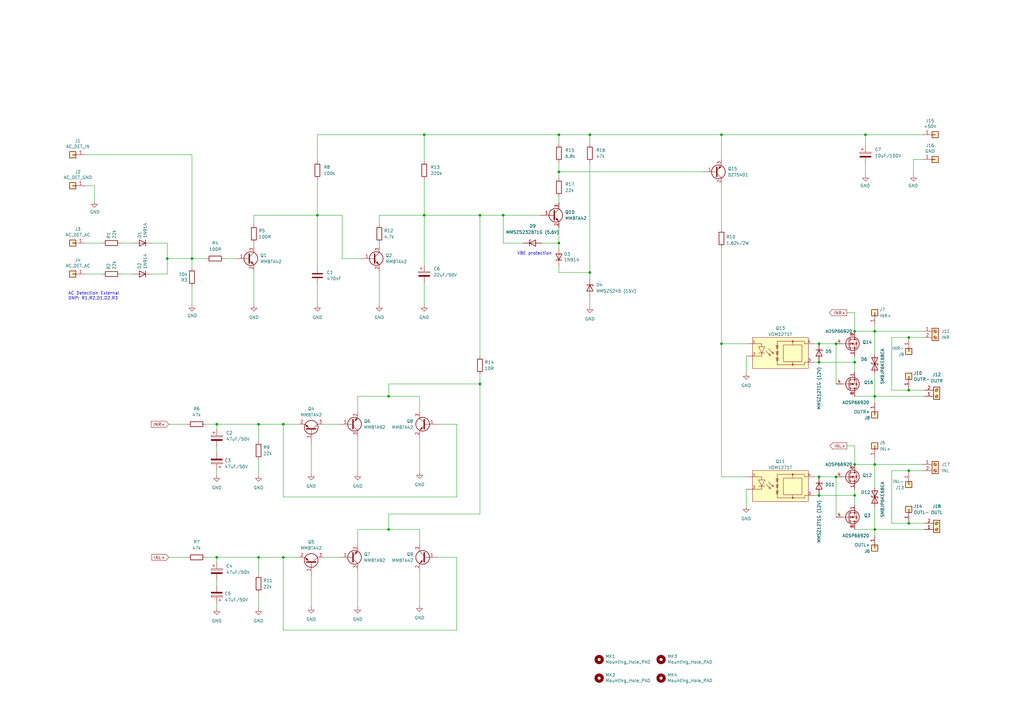
<source format=kicad_sch>
(kicad_sch (version 20230121) (generator eeschema)
  (paper "A3")
  (title_block (title "LS protection solid state relais") (date "2023-03-05") (rev "V4"))
  (lib_symbols
    (symbol "Connector:Screw_Terminal_01x02" (pin_names (offset 1.016) hide)
      (property "Reference" "J" (at 0 2.54 0))
      (property "Value" "Screw_Terminal_01x02" (at 0 -5.08 0))
      (symbol "Screw_Terminal_01x02_1_1"
        (rectangle (start -1.27 1.27) (end 1.27 -3.81) (stroke (width 0.254)) (fill (type background)))
        (circle (center 0 -2.54) (radius 0.635) (stroke (width 0.1524)))
        (polyline (pts (xy -0.5334 -2.2098) (xy 0.3302 -3.048)) (stroke (width 0.1524)))
        (polyline (pts (xy -0.5334 0.3302) (xy 0.3302 -0.508)) (stroke (width 0.1524)))
        (polyline (pts (xy -0.3556 -2.032) (xy 0.508 -2.8702)) (stroke (width 0.1524)))
        (polyline (pts (xy -0.3556 0.508) (xy 0.508 -0.3302)) (stroke (width 0.1524)))
        (circle (center 0 0) (radius 0.635) (stroke (width 0.1524)))
        (pin passive line (at -5.08 0 0) (length 3.81) (name "Pin_1") (number "1"))
        (pin passive line (at -5.08 -2.54 0) (length 3.81) (name "Pin_2") (number "2"))
      )
    )
    (symbol "Connector_Generic:Conn_01x01" (pin_names (offset 1.016) hide)
      (property "Reference" "J" (at 0 2.54 0))
      (property "Value" "Conn_01x01" (at 0 -2.54 0))
      (symbol "Conn_01x01_1_1"
        (rectangle (start -1.27 0.127) (end 0 -0.127) (stroke (width 0.1524)))
        (rectangle (start -1.27 1.27) (end 1.27 -1.27) (stroke (width 0.254)) (fill (type background)))
        (pin passive line (at -5.08 0 0) (length 3.81) (name "Pin_1") (number "1"))
      )
    )
    (symbol "Device:C" (pin_numbers hide) (pin_names (offset 0.254))
      (property "Reference" "C" (at 0.635 2.54 0))
      (property "Value" "C" (at 0.635 -2.54 0))
      (symbol "C_0_1"
        (polyline (pts (xy -2.032 -0.762) (xy 2.032 -0.762)) (stroke (width 0.508)))
        (polyline (pts (xy -2.032 0.762) (xy 2.032 0.762)) (stroke (width 0.508)))
      )
      (symbol "C_1_1"
        (pin passive line (at 0 3.81 270) (length 2.794) (name "~") (number "1"))
        (pin passive line (at 0 -3.81 90) (length 2.794) (name "~") (number "2"))
      )
    )
    (symbol "Device:C_Polarized" (pin_numbers hide) (pin_names (offset 0.254))
      (property "Reference" "C" (at 0.635 2.54 0))
      (property "Value" "C_Polarized" (at 0.635 -2.54 0))
      (symbol "C_Polarized_0_1"
        (rectangle (start -2.286 0.508) (end 2.286 1.016))
        (polyline (pts (xy -1.778 2.286) (xy -0.762 2.286)))
        (polyline (pts (xy -1.27 2.794) (xy -1.27 1.778)))
        (rectangle (start 2.286 -0.508) (end -2.286 -1.016) (fill (type outline)))
      )
      (symbol "C_Polarized_1_1"
        (pin passive line (at 0 3.81 270) (length 2.794) (name "~") (number "1"))
        (pin passive line (at 0 -3.81 90) (length 2.794) (name "~") (number "2"))
      )
    )
    (symbol "Device:D_TVS" (pin_numbers hide) (pin_names (offset 1.016) hide)
      (property "Reference" "D" (at 0 2.54 0))
      (property "Value" "D_TVS" (at 0 -2.54 0))
      (symbol "D_TVS_0_1"
        (polyline (pts (xy 1.27 0) (xy -1.27 0)))
        (polyline (pts (xy 0.508 1.27) (xy 0 1.27) (xy 0 -1.27) (xy -0.508 -1.27)) (stroke (width 0.254)))
        (polyline (pts (xy -2.54 1.27) (xy -2.54 -1.27) (xy 2.54 1.27) (xy 2.54 -1.27) (xy -2.54 1.27)) (stroke (width 0.254)))
      )
      (symbol "D_TVS_1_1"
        (pin passive line (at -3.81 0 0) (length 2.54) (name "A1") (number "1"))
        (pin passive line (at 3.81 0 180) (length 2.54) (name "A2") (number "2"))
      )
    )
    (symbol "Device:R" (pin_numbers hide) (pin_names (offset 0))
      (property "Reference" "R" (at 2.032 0 90))
      (property "Value" "R" (at 0 0 90))
      (symbol "R_0_1"
        (rectangle (start -1.016 -2.54) (end 1.016 2.54) (stroke (width 0.254)))
      )
      (symbol "R_1_1"
        (pin passive line (at 0 3.81 270) (length 1.27) (name "~") (number "1"))
        (pin passive line (at 0 -3.81 90) (length 1.27) (name "~") (number "2"))
      )
    )
    (symbol "Diode:1N4148" (pin_numbers hide) (pin_names (offset 1.016) hide)
      (property "Reference" "D" (at 0 2.54 0))
      (property "Value" "1N4148" (at 0 -2.54 0))
      (symbol "1N4148_0_1"
        (polyline (pts (xy -1.27 1.27) (xy -1.27 -1.27)) (stroke (width 0.254)))
        (polyline (pts (xy 1.27 0) (xy -1.27 0)))
        (polyline (pts (xy 1.27 1.27) (xy 1.27 -1.27) (xy -1.27 0) (xy 1.27 1.27)) (stroke (width 0.254)))
      )
      (symbol "1N4148_1_1"
        (pin passive line (at -3.81 0 0) (length 2.54) (name "K") (number "1"))
        (pin passive line (at 3.81 0 180) (length 2.54) (name "A") (number "2"))
      )
    )
    (symbol "Diode:1N47xxA" (pin_numbers hide) (pin_names (offset 1.016) hide)
      (property "Reference" "D" (at 0 2.54 0))
      (property "Value" "1N47xxA" (at 0 -2.54 0))
      (symbol "1N47xxA_0_1"
        (polyline (pts (xy 1.27 0) (xy -1.27 0)))
        (polyline (pts (xy -1.27 -1.27) (xy -1.27 1.27) (xy -0.762 1.27)) (stroke (width 0.254)))
        (polyline (pts (xy 1.27 -1.27) (xy 1.27 1.27) (xy -1.27 0) (xy 1.27 -1.27)) (stroke (width 0.254)))
      )
      (symbol "1N47xxA_1_1"
        (pin passive line (at -3.81 0 0) (length 2.54) (name "K") (number "1"))
        (pin passive line (at 3.81 0 180) (length 2.54) (name "A") (number "2"))
      )
    )
    (symbol "Mechanical:MountingHole" (pin_names (offset 1.016))
      (property "Reference" "H" (at 0 5.08 0))
      (property "Value" "MountingHole" (at 0 3.175 0))
      (symbol "MountingHole_0_1"
        (circle (center 0 0) (radius 1.27) (stroke (width 1.27)))
      )
    )
    (symbol "Transistor_BJT:MMBTA42" (pin_names (offset 0) hide)
      (property "Reference" "Q" (at 5.08 1.905 0))
      (property "Value" "MMBTA42" (at 5.08 0 0))
      (symbol "MMBTA42_0_1"
        (polyline (pts (xy 0 0) (xy 0.635 0)))
        (polyline (pts (xy 0.635 0.635) (xy 2.54 2.54)))
        (polyline (pts (xy 0.635 -0.635) (xy 2.54 -2.54) (xy 2.54 -2.54)))
        (polyline (pts (xy 0.635 1.905) (xy 0.635 -1.905) (xy 0.635 -1.905)) (stroke (width 0.508)))
        (polyline (pts (xy 1.27 -1.778) (xy 1.778 -1.27) (xy 2.286 -2.286) (xy 1.27 -1.778) (xy 1.27 -1.778)) (fill (type outline)))
        (circle (center 1.27 0) (radius 2.8194) (stroke (width 0.254)))
      )
      (symbol "MMBTA42_1_1"
        (pin input line (at -5.08 0 0) (length 5.08) (name "B") (number "1"))
        (pin passive line (at 2.54 -5.08 90) (length 2.54) (name "E") (number "2"))
        (pin passive line (at 2.54 5.08 270) (length 2.54) (name "C") (number "3"))
      )
    )
    (symbol "Transistor_BJT:MMBTA92" (pin_names (offset 0) hide)
      (property "Reference" "Q" (at 5.08 1.905 0))
      (property "Value" "MMBTA92" (at 5.08 0 0))
      (symbol "MMBTA92_0_1"
        (polyline (pts (xy 0 0) (xy 0.635 0)))
        (polyline (pts (xy 2.54 -2.54) (xy 0.635 -0.635)))
        (polyline (pts (xy 2.54 2.54) (xy 0.635 0.635)))
        (polyline (pts (xy 0.635 1.905) (xy 0.635 -1.905) (xy 0.635 -1.905)) (stroke (width 0.508)) (fill (type outline)))
        (polyline (pts (xy 1.905 -2.413) (xy 2.413 -1.905) (xy 1.397 -1.397) (xy 1.905 -2.413) (xy 1.905 -2.413)) (fill (type outline)))
        (circle (center 1.27 0) (radius 2.8194) (stroke (width 0.254)))
      )
      (symbol "MMBTA92_1_1"
        (pin input line (at -5.08 0 0) (length 5.08) (name "B") (number "1"))
        (pin passive line (at 2.54 -5.08 90) (length 2.54) (name "E") (number "2"))
        (pin passive line (at 2.54 5.08 270) (length 2.54) (name "C") (number "3"))
      )
    )
    (symbol "Transistor_FET:IRF7403" (pin_names hide)
      (property "Reference" "Q" (at 5.08 2.54 0))
      (property "Value" "IRF7403" (at 5.08 0 0))
      (symbol "IRF7403_0_1"
        (polyline (pts (xy 0.254 0) (xy -2.54 0)))
        (polyline (pts (xy 0.254 1.905) (xy 0.254 -1.905)) (stroke (width 0.254)))
        (polyline (pts (xy 0.762 -1.27) (xy 0.762 -2.286)) (stroke (width 0.254)))
        (polyline (pts (xy 0.762 0.508) (xy 0.762 -0.508)) (stroke (width 0.254)))
        (polyline (pts (xy 0.762 2.286) (xy 0.762 1.27)) (stroke (width 0.254)))
        (polyline (pts (xy 2.54 2.54) (xy 2.54 1.778)))
        (polyline (pts (xy 2.54 -2.54) (xy 2.54 0) (xy 0.762 0)))
        (polyline (pts (xy 0.762 -1.778) (xy 3.302 -1.778) (xy 3.302 1.778) (xy 0.762 1.778)))
        (polyline (pts (xy 1.016 0) (xy 2.032 0.381) (xy 2.032 -0.381) (xy 1.016 0)) (fill (type outline)))
        (polyline (pts (xy 2.794 0.508) (xy 2.921 0.381) (xy 3.683 0.381) (xy 3.81 0.254)))
        (polyline (pts (xy 3.302 0.381) (xy 2.921 -0.254) (xy 3.683 -0.254) (xy 3.302 0.381)))
        (circle (center 1.651 0) (radius 2.794) (stroke (width 0.254)))
        (circle (center 2.54 -1.778) (radius 0.254) (fill (type outline)))
        (circle (center 2.54 1.778) (radius 0.254) (fill (type outline)))
      )
      (symbol "IRF7403_1_1"
        (pin passive line (at 2.54 -5.08 90) (length 2.54) (name "S") (number "1"))
        (pin passive line (at 2.54 -5.08 90) (length 2.54) hide (name "S") (number "2"))
        (pin passive line (at 2.54 -5.08 90) (length 2.54) hide (name "S") (number "3"))
        (pin input line (at -5.08 0 0) (length 2.54) (name "G") (number "4"))
        (pin passive line (at 2.54 5.08 270) (length 2.54) hide (name "D") (number "5"))
        (pin passive line (at 2.54 5.08 270) (length 2.54) hide (name "D") (number "6"))
        (pin passive line (at 2.54 5.08 270) (length 2.54) hide (name "D") (number "7"))
        (pin passive line (at 2.54 5.08 270) (length 2.54) (name "D") (number "8"))
      )
    )
    (symbol "kicad-snk:DZT5401" (pin_names (offset 0) hide)
      (property "Reference" "Q" (at 5.08 1.905 0))
      (property "Value" "DZT5401" (at 5.08 0 0))
      (symbol "DZT5401_0_1"
        (polyline (pts (xy 0.635 0.635) (xy 2.54 2.54)))
        (polyline (pts (xy 0.635 -0.635) (xy 2.54 -2.54) (xy 2.54 -2.54)))
        (polyline (pts (xy 0.635 1.905) (xy 0.635 -1.905) (xy 0.635 -1.905)) (stroke (width 0.508)))
        (polyline (pts (xy 2.286 -1.778) (xy 1.778 -2.286) (xy 1.27 -1.27) (xy 2.286 -1.778) (xy 2.286 -1.778)) (fill (type outline)))
        (circle (center 1.27 0) (radius 2.8194) (stroke (width 0.254)))
      )
      (symbol "DZT5401_1_1"
        (pin input line (at -5.08 0 0) (length 5.715) (name "B") (number "1"))
        (pin passive line (at 2.54 5.08 270) (length 2.54) (name "C") (number "2"))
        (pin passive line (at 2.54 -5.08 90) (length 2.54) (name "E") (number "3"))
      )
    )
    (symbol "kicad-snk:VOM1271T" (pin_names (offset 1.016))
      (property "Reference" "Q" (at 0 5.08 0))
      (property "Value" "VOM1271T" (at 0 7.62 0))
      (symbol "VOM1271T_1_1"
        (polyline (pts (xy 7.62 -3.81) (xy 10.16 -3.81)))
        (polyline (pts (xy 7.62 -1.27) (xy 8.89 -3.81)))
        (polyline (pts (xy 7.62 -1.27) (xy 10.16 -1.27)))
        (polyline (pts (xy 8.89 -5.08) (xy 8.89 -3.81)))
        (polyline (pts (xy 8.89 -3.81) (xy 10.16 -1.27)))
        (polyline (pts (xy 8.89 0) (xy 8.89 -1.27)))
        (polyline (pts (xy 10.668 -3.048) (xy 12.446 -4.826)))
        (polyline (pts (xy 11.684 -2.032) (xy 13.716 -4.064)))
        (polyline (pts (xy 12.446 -4.826) (xy 11.684 -4.572)))
        (polyline (pts (xy 12.446 -4.826) (xy 12.192 -4.064)))
        (polyline (pts (xy 13.716 -4.064) (xy 12.954 -3.81)))
        (polyline (pts (xy 13.716 -4.064) (xy 13.462 -3.302)))
        (polyline (pts (xy 14.732 -6.858) (xy 15.748 -6.858)))
        (polyline (pts (xy 14.732 -5.842) (xy 15.748 -5.842)))
        (polyline (pts (xy 14.732 -4.318) (xy 15.748 -4.318)))
        (polyline (pts (xy 14.732 -3.302) (xy 15.24 -4.318)))
        (polyline (pts (xy 14.732 -3.302) (xy 15.748 -3.302)))
        (polyline (pts (xy 14.732 -1.778) (xy 15.748 -1.778)))
        (polyline (pts (xy 14.732 -0.762) (xy 15.748 -0.762)))
        (polyline (pts (xy 15.24 -8.636) (xy 15.24 1.016)))
        (polyline (pts (xy 15.24 -8.636) (xy 26.416 -8.636)))
        (polyline (pts (xy 15.24 -6.858) (xy 14.732 -5.842)))
        (polyline (pts (xy 15.24 -4.318) (xy 15.748 -3.302)))
        (polyline (pts (xy 15.24 -1.778) (xy 14.732 -0.762)))
        (polyline (pts (xy 15.24 1.016) (xy 26.416 1.016)))
        (polyline (pts (xy 15.748 -5.842) (xy 15.24 -6.858)))
        (polyline (pts (xy 15.748 -0.762) (xy 15.24 -1.778)))
        (polyline (pts (xy 21.59 -8.636) (xy 21.59 -7.62)))
        (polyline (pts (xy 21.59 1.016) (xy 21.59 -0.254)))
        (polyline (pts (xy 26.416 -8.636) (xy 26.416 -7.62)))
        (polyline (pts (xy 26.416 0) (xy 26.416 0.762)))
        (rectangle (start 5.08 2.54) (end 27.94 -10.16) (fill (type background)))
        (rectangle (start 17.78 -0.508) (end 25.4 -7.366) (fill (type background)))
        (circle (center 21.59 -8.636) (radius 0.254))
        (circle (center 21.59 1.016) (radius 0.254))
        (pin passive line (at 2.54 0 0) (length 6.35) (name "ANODE") (number "1"))
        (pin passive line (at 2.54 -5.08 0) (length 6.35) (name "CATHODE") (number "2"))
        (pin passive line (at 30.48 -7.62 180) (length 4.064) (name "3") (number "3"))
        (pin passive line (at 30.48 0 180) (length 4.064) (name "4") (number "4"))
      )
    )
    (symbol "power:GND" (power) (pin_names (offset 0))
      (property "Value" "GND" (at 0 -3.81 0))
      (symbol "GND_0_1"
        (polyline (pts (xy 0 0) (xy 0 -1.27) (xy 1.27 -1.27) (xy 0 -2.54) (xy -1.27 -1.27) (xy 0 -1.27)))
      )
      (symbol "GND_1_1"
        (pin power_in line (at 0 0 270) (length 0) hide (name "GND") (number "1"))
      )
    )
  )
  (junction (at 335.915 195.58))
  (junction (at 68.58 106.045))
  (junction (at 173.99 88.265))
  (junction (at 295.91 55.245))
  (junction (at 88.9 228.6))
  (junction (at 130.175 88.265))
  (junction (at 196.85 88.265))
  (junction (at 342.9 195.58))
  (junction (at 241.935 111.76))
  (junction (at 342.9 140.97))
  (junction (at 106.045 173.99))
  (junction (at 354.965 55.245))
  (junction (at 116.205 228.6))
  (junction (at 335.915 203.2))
  (junction (at 106.045 228.6))
  (junction (at 350.52 135.89))
  (junction (at 335.915 148.59))
  (junction (at 206.375 88.265))
  (junction (at 78.74 106.045))
  (junction (at 358.775 217.17))
  (junction (at 350.52 190.5))
  (junction (at 358.775 190.5))
  (junction (at 196.85 157.48))
  (junction (at 372.745 214.63))
  (junction (at 159.385 162.56))
  (junction (at 229.235 70.485))
  (junction (at 372.745 160.02))
  (junction (at 116.205 173.99))
  (junction (at 229.235 55.245))
  (junction (at 295.91 140.97))
  (junction (at 358.775 135.89))
  (junction (at 350.52 148.59))
  (junction (at 229.235 99.695))
  (junction (at 159.385 217.17))
  (junction (at 241.935 55.245))
  (junction (at 88.9 173.99))
  (junction (at 335.915 140.97))
  (junction (at 372.745 193.04))
  (junction (at 350.52 203.2))
  (junction (at 173.99 55.245))
  (junction (at 358.775 162.56))
  (junction (at 372.745 138.43))
  (wire (pts (xy 342.9 140.97) (xy 342.9 157.48)))
  (wire (pts (xy 116.205 203.835) (xy 187.325 203.835)))
  (wire (pts (xy 295.91 55.245) (xy 295.91 65.405)))
  (wire (pts (xy 196.85 210.82) (xy 196.85 157.48)))
  (wire (pts (xy 335.915 148.59) (xy 350.52 148.59)))
  (wire (pts (xy 295.91 55.245) (xy 354.965 55.245)))
  (wire (pts (xy 104.14 111.125) (xy 104.14 125.095)))
  (wire (pts (xy 229.235 70.485) (xy 288.29 70.485)))
  (wire (pts (xy 104.14 99.695) (xy 104.14 100.965)))
  (wire (pts (xy 132.715 228.6) (xy 139.065 228.6)))
  (wire (pts (xy 354.965 67.31) (xy 354.965 71.755)))
  (wire (pts (xy 334.01 195.58) (xy 335.915 195.58)))
  (wire (pts (xy 92.075 106.045) (xy 96.52 106.045)))
  (wire (pts (xy 173.99 116.205) (xy 173.99 125.095)))
  (wire (pts (xy 88.9 228.6) (xy 88.9 230.505)))
  (wire (pts (xy 372.745 193.04) (xy 372.745 193.675)))
  (wire (pts (xy 358.775 217.17) (xy 379.095 217.17)))
  (wire (pts (xy 187.325 258.445) (xy 187.325 228.6)))
  (wire (pts (xy 159.385 157.48) (xy 159.385 162.56)))
  (wire (pts (xy 350.52 135.89) (xy 358.775 135.89)))
  (wire (pts (xy 372.745 159.385) (xy 372.745 160.02)))
  (wire (pts (xy 78.74 117.475) (xy 78.74 125.095)))
  (wire (pts (xy 358.775 145.415) (xy 358.775 135.89)))
  (wire (pts (xy 106.045 243.205) (xy 106.045 249.555)))
  (wire (pts (xy 196.85 157.48) (xy 159.385 157.48)))
  (wire (pts (xy 374.65 65.405) (xy 378.46 65.405)))
  (wire (pts (xy 229.235 93.345) (xy 229.235 99.695)))
  (wire (pts (xy 140.335 106.045) (xy 147.955 106.045)))
  (wire (pts (xy 335.915 140.97) (xy 342.9 140.97)))
  (wire (pts (xy 229.235 111.76) (xy 241.935 111.76)))
  (wire (pts (xy 127.635 181.61) (xy 127.635 194.31)))
  (wire (pts (xy 172.085 217.17) (xy 172.085 223.52)))
  (wire (pts (xy 88.9 173.99) (xy 106.045 173.99)))
  (wire (pts (xy 88.9 183.515) (xy 88.9 185.42)))
  (wire (pts (xy 140.335 88.265) (xy 140.335 106.045)))
  (wire (pts (xy 295.91 140.97) (xy 295.91 195.58)))
  (wire (pts (xy 38.735 76.2) (xy 34.925 76.2)))
  (wire (pts (xy 78.74 63.5) (xy 34.925 63.5)))
  (wire (pts (xy 173.99 88.265) (xy 155.575 88.265)))
  (wire (pts (xy 62.23 112.395) (xy 68.58 112.395)))
  (wire (pts (xy 241.935 121.92) (xy 241.935 125.73)))
  (wire (pts (xy 365.76 193.04) (xy 365.76 214.63)))
  (wire (pts (xy 334.01 203.2) (xy 335.915 203.2)))
  (wire (pts (xy 378.46 193.04) (xy 372.745 193.04)))
  (wire (pts (xy 378.46 138.43) (xy 372.745 138.43)))
  (wire (pts (xy 306.07 146.05) (xy 306.07 153.035)))
  (wire (pts (xy 116.205 228.6) (xy 116.205 258.445)))
  (wire (pts (xy 78.74 106.045) (xy 84.455 106.045)))
  (wire (pts (xy 49.53 99.695) (xy 54.61 99.695)))
  (wire (pts (xy 206.375 88.265) (xy 221.615 88.265)))
  (wire (pts (xy 347.345 182.88) (xy 350.52 182.88)))
  (wire (pts (xy 106.045 188.595) (xy 106.045 194.945)))
  (wire (pts (xy 358.775 190.5) (xy 378.46 190.5)))
  (wire (pts (xy 127.635 236.22) (xy 127.635 248.92)))
  (wire (pts (xy 350.52 200.66) (xy 350.52 203.2)))
  (wire (pts (xy 295.91 195.58) (xy 306.07 195.58)))
  (wire (pts (xy 241.935 111.76) (xy 241.935 114.3)))
  (wire (pts (xy 229.235 109.22) (xy 229.235 111.76)))
  (wire (pts (xy 295.91 101.6) (xy 295.91 140.97)))
  (wire (pts (xy 372.745 160.02) (xy 379.095 160.02)))
  (wire (pts (xy 155.575 88.265) (xy 155.575 92.075)))
  (wire (pts (xy 34.925 99.695) (xy 41.91 99.695)))
  (wire (pts (xy 173.99 55.245) (xy 130.175 55.245)))
  (wire (pts (xy 34.925 112.395) (xy 41.91 112.395)))
  (wire (pts (xy 68.58 106.045) (xy 68.58 112.395)))
  (wire (pts (xy 229.235 66.675) (xy 229.235 70.485)))
  (wire (pts (xy 49.53 112.395) (xy 54.61 112.395)))
  (wire (pts (xy 155.575 99.695) (xy 155.575 100.965)))
  (wire (pts (xy 106.045 228.6) (xy 116.205 228.6)))
  (wire (pts (xy 116.205 258.445) (xy 187.325 258.445)))
  (wire (pts (xy 173.99 73.66) (xy 173.99 88.265)))
  (wire (pts (xy 104.14 88.265) (xy 104.14 92.075)))
  (wire (pts (xy 196.85 88.265) (xy 196.85 146.05)))
  (wire (pts (xy 130.175 88.265) (xy 140.335 88.265)))
  (wire (pts (xy 295.91 140.97) (xy 306.07 140.97)))
  (wire (pts (xy 334.01 140.97) (xy 335.915 140.97)))
  (wire (pts (xy 350.52 217.17) (xy 358.775 217.17)))
  (wire (pts (xy 159.385 217.17) (xy 159.385 210.82)))
  (wire (pts (xy 106.045 173.99) (xy 106.045 180.975)))
  (wire (pts (xy 106.045 173.99) (xy 116.205 173.99)))
  (wire (pts (xy 116.205 173.99) (xy 122.555 173.99)))
  (wire (pts (xy 104.14 88.265) (xy 130.175 88.265)))
  (wire (pts (xy 358.775 207.645) (xy 358.775 217.17)))
  (wire (pts (xy 78.74 106.045) (xy 78.74 109.855)))
  (wire (pts (xy 187.325 228.6) (xy 179.705 228.6)))
  (wire (pts (xy 130.175 73.66) (xy 130.175 88.265)))
  (wire (pts (xy 358.775 187.96) (xy 358.775 190.5)))
  (wire (pts (xy 358.775 217.17) (xy 358.775 219.71)))
  (wire (pts (xy 241.935 55.245) (xy 241.935 59.055)))
  (wire (pts (xy 146.685 179.07) (xy 146.685 194.31)))
  (wire (pts (xy 347.345 128.27) (xy 350.52 128.27)))
  (wire (pts (xy 173.99 55.245) (xy 229.235 55.245)))
  (wire (pts (xy 106.045 228.6) (xy 106.045 235.585)))
  (wire (pts (xy 350.52 182.88) (xy 350.52 190.5)))
  (wire (pts (xy 334.01 148.59) (xy 335.915 148.59)))
  (wire (pts (xy 342.9 195.58) (xy 342.9 212.09)))
  (wire (pts (xy 173.99 55.245) (xy 173.99 66.04)))
  (wire (pts (xy 130.175 55.245) (xy 130.175 66.04)))
  (wire (pts (xy 130.175 88.265) (xy 130.175 109.22)))
  (wire (pts (xy 172.085 179.07) (xy 172.085 193.675)))
  (wire (pts (xy 68.58 99.695) (xy 62.23 99.695)))
  (wire (pts (xy 350.52 148.59) (xy 350.52 152.4)))
  (wire (pts (xy 358.775 153.035) (xy 358.775 162.56)))
  (wire (pts (xy 222.25 99.695) (xy 229.235 99.695)))
  (wire (pts (xy 173.99 88.265) (xy 196.85 88.265)))
  (wire (pts (xy 159.385 162.56) (xy 172.085 162.56)))
  (wire (pts (xy 88.9 173.99) (xy 88.9 175.895)))
  (wire (pts (xy 68.58 106.045) (xy 78.74 106.045)))
  (wire (pts (xy 350.52 146.05) (xy 350.52 148.59)))
  (wire (pts (xy 88.9 228.6) (xy 106.045 228.6)))
  (wire (pts (xy 229.235 99.695) (xy 229.235 101.6)))
  (wire (pts (xy 229.235 55.245) (xy 229.235 59.055)))
  (wire (pts (xy 350.52 128.27) (xy 350.52 135.89)))
  (wire (pts (xy 38.735 82.55) (xy 38.735 76.2)))
  (wire (pts (xy 187.325 203.835) (xy 187.325 173.99)))
  (wire (pts (xy 116.205 173.99) (xy 116.205 203.835)))
  (wire (pts (xy 229.235 70.485) (xy 229.235 73.025)))
  (wire (pts (xy 146.685 162.56) (xy 159.385 162.56)))
  (wire (pts (xy 88.9 193.04) (xy 88.9 194.945)))
  (wire (pts (xy 354.965 55.245) (xy 354.965 59.69)))
  (wire (pts (xy 241.935 66.675) (xy 241.935 111.76)))
  (wire (pts (xy 88.9 238.125) (xy 88.9 240.03)))
  (wire (pts (xy 372.745 193.04) (xy 365.76 193.04)))
  (wire (pts (xy 372.745 213.995) (xy 372.745 214.63)))
  (wire (pts (xy 172.085 233.68) (xy 172.085 248.285)))
  (wire (pts (xy 146.685 217.17) (xy 159.385 217.17)))
  (wire (pts (xy 88.9 247.65) (xy 88.9 249.555)))
  (wire (pts (xy 365.76 160.02) (xy 372.745 160.02)))
  (wire (pts (xy 335.915 195.58) (xy 342.9 195.58)))
  (wire (pts (xy 196.85 153.67) (xy 196.85 157.48)))
  (wire (pts (xy 187.325 173.99) (xy 179.705 173.99)))
  (wire (pts (xy 335.915 203.2) (xy 350.52 203.2)))
  (wire (pts (xy 132.715 173.99) (xy 139.065 173.99)))
  (wire (pts (xy 350.52 162.56) (xy 358.775 162.56)))
  (wire (pts (xy 68.58 106.045) (xy 68.58 99.695)))
  (wire (pts (xy 69.215 173.99) (xy 76.835 173.99)))
  (wire (pts (xy 358.775 133.35) (xy 358.775 135.89)))
  (wire (pts (xy 372.745 214.63) (xy 379.095 214.63)))
  (wire (pts (xy 146.685 223.52) (xy 146.685 217.17)))
  (wire (pts (xy 206.375 99.695) (xy 206.375 88.265)))
  (wire (pts (xy 172.085 162.56) (xy 172.085 168.91)))
  (wire (pts (xy 358.775 200.025) (xy 358.775 190.5)))
  (wire (pts (xy 78.74 106.045) (xy 78.74 63.5)))
  (wire (pts (xy 196.85 88.265) (xy 206.375 88.265)))
  (wire (pts (xy 159.385 217.17) (xy 172.085 217.17)))
  (wire (pts (xy 84.455 228.6) (xy 88.9 228.6)))
  (wire (pts (xy 173.99 88.265) (xy 173.99 108.585)))
  (wire (pts (xy 358.775 135.89) (xy 378.46 135.89)))
  (wire (pts (xy 146.685 168.91) (xy 146.685 162.56)))
  (wire (pts (xy 229.235 80.645) (xy 229.235 83.185)))
  (wire (pts (xy 69.215 228.6) (xy 76.835 228.6)))
  (wire (pts (xy 84.455 173.99) (xy 88.9 173.99)))
  (wire (pts (xy 372.745 138.43) (xy 365.76 138.43)))
  (wire (pts (xy 358.775 162.56) (xy 358.775 165.1)))
  (wire (pts (xy 155.575 111.125) (xy 155.575 125.095)))
  (wire (pts (xy 365.76 138.43) (xy 365.76 160.02)))
  (wire (pts (xy 365.76 214.63) (xy 372.745 214.63)))
  (wire (pts (xy 130.175 116.84) (xy 130.175 125.095)))
  (wire (pts (xy 354.965 55.245) (xy 378.46 55.245)))
  (wire (pts (xy 159.385 210.82) (xy 196.85 210.82)))
  (wire (pts (xy 146.685 233.68) (xy 146.685 248.92)))
  (wire (pts (xy 241.935 55.245) (xy 295.91 55.245)))
  (wire (pts (xy 372.745 138.43) (xy 372.745 139.065)))
  (wire (pts (xy 350.52 203.2) (xy 350.52 207.01)))
  (wire (pts (xy 295.91 75.565) (xy 295.91 93.98)))
  (wire (pts (xy 374.65 71.755) (xy 374.65 65.405)))
  (wire (pts (xy 214.63 99.695) (xy 206.375 99.695)))
  (wire (pts (xy 229.235 55.245) (xy 241.935 55.245)))
  (wire (pts (xy 350.52 190.5) (xy 358.775 190.5)))
  (wire (pts (xy 306.07 200.66) (xy 306.07 207.645)))
  (wire (pts (xy 116.205 228.6) (xy 122.555 228.6)))
  (wire (pts (xy 358.775 162.56) (xy 379.095 162.56)))
  (text "AC Detection External\nDNP: R1,R2,D1,D2,R3" (at 27.94 123.19 0) (effects (font (size 1.27 1.27)) (justify left bottom)))
  (text "VBE protection" (at 212.09 104.775 0) (effects (font (size 1.27 1.27)) (justify left bottom)))
  (global_label "INL+" (shape output) (at 347.345 182.88 180) (property "Intersheetrefs" "${INTERSHEET_REFS}" (effects hide)))
  (global_label "INL+" (shape input) (at 69.215 228.6 180) (property "Intersheetrefs" "${INTERSHEET_REFS}" (effects hide)))
  (global_label "INR+" (shape output) (at 347.345 128.27 180) (property "Intersheetrefs" "${INTERSHEET_REFS}" (effects hide)))
  (global_label "INR+" (shape input) (at 69.215 173.99 180) (property "Intersheetrefs" "${INTERSHEET_REFS}" (effects hide)))
  (symbol (lib_id "power:GND") (at 354.965 71.755 0) (mirror y) (unit 1)
    (property "Reference" "#PWR02" (effects hide))
    (property "Value" "GND" (at 354.838 76.1492 0))
  )
  (symbol (lib_id "power:GND") (at 374.65 71.755 0) (mirror y) (unit 1)
    (property "Reference" "#PWR0101" (effects hide))
    (property "Value" "GND" (at 374.523 76.1492 0))
  )
  (symbol (lib_id "Diode:1N47xxA") (at 335.915 144.78 270) (unit 1)
    (property "Reference" "D5" (at 338.455 144.145 90) (effects (justify left)))
    (property "Value" "MMSZ12T1G (12V)" (at 335.915 150.495 0) (effects (justify left)))
    (property "Footprint" "Diode_SMD:D_SOD-123" (effects hide))
  )
  (symbol (lib_id "power:GND") (at 306.07 207.645 0) (unit 1)
    (property "Reference" "#PWR0102" (effects hide))
    (property "Value" "GND" (at 306.07 212.725 0))
  )
  (symbol (lib_id "power:GND") (at 146.685 248.92 0) (unit 1)
    (property "Reference" "#PWR0110" (effects hide))
    (property "Value" "GND" (at 146.685 254 0))
  )
  (symbol (lib_id "Connector_Generic:Conn_01x01") (at 358.775 128.27 90) (unit 1)
    (property "Reference" "J7" (at 360.68 127 90) (effects (justify right)))
    (property "Value" "INR+" (at 360.68 129.54 90) (effects (justify right)))
    (property "Footprint" "kicad-snk:TE-726386-2_Pitch5.08mm_Drill1.3mm" (effects hide))
  )
  (symbol (lib_id "Device:R") (at 104.14 95.885 0) (unit 1)
    (property "Reference" "R5" (at 106.045 94.6149 0) (effects (justify left)))
    (property "Value" "100R" (at 106.045 97.1549 0) (effects (justify left)))
    (property "Footprint" "Resistor_SMD:R_0805_2012Metric_Pad1.20x1.40mm_HandSolder" (effects hide))
  )
  (symbol (lib_id "Transistor_FET:IRF7403") (at 347.98 195.58 0) (unit 1)
    (property "Reference" "Q12" (at 353.695 194.945 0) (effects (justify left)))
    (property "Value" "AOSP66920" (at 338.455 190.5 0) (effects (justify left)))
    (property "Footprint" "Package_SO:SOIC-8_3.9x4.9mm_P1.27mm" (effects hide))
    (property "Datasheet" "https://www.infineon.com/dgdl/irf7403pbf.pdf?fileId=5546d462533600a4015355fa23541b9c" (effects hide))
  )
  (symbol (lib_id "Transistor_BJT:MMBTA42") (at 174.625 228.6 0) (mirror y) (unit 1)
    (property "Reference" "Q9" (at 169.545 227.3299 0) (effects (justify left)))
    (property "Value" "MMBTA42" (at 169.545 229.8699 0) (effects (justify left)))
    (property "Footprint" "Package_TO_SOT_SMD:SOT-23" (effects hide))
    (property "Datasheet" "https://www.onsemi.com/pub/Collateral/MMBTA42LT1-D.PDF" (effects hide))
  )
  (symbol (lib_id "Transistor_BJT:MMBTA42") (at 101.6 106.045 0) (unit 1)
    (property "Reference" "Q1" (at 106.68 104.7749 0) (effects (justify left)))
    (property "Value" "MMBTA42" (at 106.68 107.3149 0) (effects (justify left)))
    (property "Footprint" "Package_TO_SOT_SMD:SOT-23" (effects hide))
    (property "Datasheet" "https://www.onsemi.com/pub/Collateral/MMBTA42LT1-D.PDF" (effects hide))
  )
  (symbol (lib_id "Transistor_BJT:MMBTA42") (at 153.035 106.045 0) (unit 1)
    (property "Reference" "Q2" (at 158.115 104.7749 0) (effects (justify left)))
    (property "Value" "MMBTA42" (at 158.115 107.3149 0) (effects (justify left)))
    (property "Footprint" "Package_TO_SOT_SMD:SOT-23" (effects hide))
    (property "Datasheet" "https://www.onsemi.com/pub/Collateral/MMBTA42LT1-D.PDF" (effects hide))
  )
  (symbol (lib_id "Connector_Generic:Conn_01x01") (at 358.775 170.18 270) (unit 1)
    (property "Reference" "J8" (at 356.87 171.45 90) (effects (justify right)))
    (property "Value" "OUTR+" (at 356.87 168.91 90) (effects (justify right)))
    (property "Footprint" "kicad-snk:TE-726386-2_Pitch5.08mm_Drill1.3mm" (effects hide))
  )
  (symbol (lib_id "Mechanical:MountingHole") (at 271.145 278.13 0) (unit 1)
    (property "Reference" "MK4" (at 273.685 276.8346 0) (effects (justify left)))
    (property "Value" "Mounting_Hole_PAD" (at 273.685 279.146 0) (effects (justify left)))
    (property "Footprint" "MountingHole:MountingHole_3.2mm_M3_Pad_Via" (effects hide))
  )
  (symbol (lib_id "Mechanical:MountingHole") (at 245.745 278.13 0) (unit 1)
    (property "Reference" "MK2" (at 248.285 276.8346 0) (effects (justify left)))
    (property "Value" "Mounting_Hole_PAD" (at 248.285 279.146 0) (effects (justify left)))
    (property "Footprint" "MountingHole:MountingHole_3.2mm_M3_Pad_Via" (effects hide))
  )
  (symbol (lib_id "Connector:Screw_Terminal_01x02") (at 383.54 135.89 0) (unit 1)
    (property "Reference" "J11" (at 386.08 135.8899 0) (effects (justify left)))
    (property "Value" "INR" (at 386.08 138.4299 0) (effects (justify left)))
    (property "Footprint" "TerminalBlock_RND:TerminalBlock_RND_205-00012_1x02_P5.00mm_Horizontal" (effects hide))
  )
  (symbol (lib_id "Diode:1N4148") (at 229.235 105.41 90) (unit 1)
    (property "Reference" "D3" (at 231.267 104.2416 90) (effects (justify right)))
    (property "Value" "1N914" (at 231.267 106.553 90) (effects (justify right)))
    (property "Footprint" "Diode_SMD:D_SOD-123" (effects hide))
    (property "Datasheet" "https://assets.nexperia.com/documents/data-sheet/1N4148_1N4448.pdf" (effects hide))
  )
  (symbol (lib_id "Connector_Generic:Conn_01x01") (at 29.845 63.5 180) (unit 1)
    (property "Reference" "J1" (at 31.9278 57.785 0))
    (property "Value" "AC_DET_IN" (at 31.9278 60.0964 0))
    (property "Footprint" "Connector_Pin:Pin_D1.0mm_L10.0mm" (effects hide))
  )
  (symbol (lib_id "Device:R") (at 45.72 112.395 90) (unit 1)
    (property "Reference" "R2" (at 44.5516 110.617 0) (effects (justify left)))
    (property "Value" "22k" (at 46.863 110.617 0) (effects (justify left)))
    (property "Footprint" "Resistor_SMD:R_0805_2012Metric_Pad1.20x1.40mm_HandSolder" (effects hide))
  )
  (symbol (lib_id "Device:C_Polarized") (at 88.9 189.23 180) (unit 1)
    (property "Reference" "C3" (at 92.075 188.8489 0) (effects (justify right)))
    (property "Value" "47uF/50V" (at 92.075 191.3889 0) (effects (justify right)))
    (property "Footprint" "Capacitor_THT:CP_Radial_D6.3mm_P2.50mm" (effects hide))
  )
  (symbol (lib_id "Connector_Generic:Conn_01x01") (at 29.845 112.395 180) (unit 1)
    (property "Reference" "J4" (at 31.9278 106.68 0))
    (property "Value" "AC_DET_AC" (at 31.9278 108.9914 0))
    (property "Footprint" "Connector_Pin:Pin_D1.0mm_L10.0mm" (effects hide))
  )
  (symbol (lib_id "Transistor_FET:IRF7403") (at 347.98 157.48 0) (mirror x) (unit 1)
    (property "Reference" "Q16" (at 354.33 156.845 0) (effects (justify left)))
    (property "Value" "AOSP66920" (at 345.44 165.1 0) (effects (justify left)))
    (property "Footprint" "Package_SO:SOIC-8_3.9x4.9mm_P1.27mm" (effects hide))
    (property "Datasheet" "https://www.infineon.com/dgdl/irf7403pbf.pdf?fileId=5546d462533600a4015355fa23541b9c" (effects hide))
  )
  (symbol (lib_id "power:GND") (at 38.735 82.55 0) (unit 1)
    (property "Reference" "#PWR0119" (effects hide))
    (property "Value" "GND" (at 38.862 86.9442 0))
  )
  (symbol (lib_id "Connector_Generic:Conn_01x01") (at 358.775 182.88 90) (unit 1)
    (property "Reference" "J5" (at 360.68 181.61 90) (effects (justify right)))
    (property "Value" "INL+" (at 360.68 184.15 90) (effects (justify right)))
    (property "Footprint" "kicad-snk:TE-726386-2_Pitch5.08mm_Drill1.3mm" (effects hide))
  )
  (symbol (lib_id "Device:R") (at 173.99 69.85 0) (unit 1)
    (property "Reference" "R13" (at 176.53 68.5799 0) (effects (justify left)))
    (property "Value" "220k" (at 176.53 71.1199 0) (effects (justify left)))
    (property "Footprint" "Resistor_SMD:R_0805_2012Metric_Pad1.20x1.40mm_HandSolder" (effects hide))
  )
  (symbol (lib_id "power:GND") (at 127.635 248.92 0) (unit 1)
    (property "Reference" "#PWR0107" (effects hide))
    (property "Value" "GND" (at 127.635 254 0))
  )
  (symbol (lib_id "power:GND") (at 88.9 249.555 0) (unit 1)
    (property "Reference" "#PWR0108" (effects hide))
    (property "Value" "GND" (at 88.9 254.635 0))
  )
  (symbol (lib_id "kicad-snk:DZT5401") (at 293.37 70.485 0) (mirror x) (unit 1)
    (property "Reference" "Q15" (at 298.45 69.2149 0) (effects (justify left)))
    (property "Value" "DZT5401" (at 298.45 71.7549 0) (effects (justify left)))
    (property "Footprint" "Package_TO_SOT_SMD:SOT-223-3_TabPin2" (effects hide))
    (property "Datasheet" "https://www.diodes.com/assets/Datasheets/DZT5401.pdf" (effects hide))
  )
  (symbol (lib_id "Mechanical:MountingHole") (at 271.145 270.51 0) (unit 1)
    (property "Reference" "MK3" (at 273.685 269.2146 0) (effects (justify left)))
    (property "Value" "Mounting_Hole_PAD" (at 273.685 271.526 0) (effects (justify left)))
    (property "Footprint" "MountingHole:MountingHole_3.2mm_M3_Pad_Via" (effects hide))
  )
  (symbol (lib_id "Device:C_Polarized") (at 354.965 63.5 0) (unit 1)
    (property "Reference" "C7" (at 358.775 61.3409 0) (effects (justify left)))
    (property "Value" "10uF/100V" (at 358.775 63.8809 0) (effects (justify left)))
    (property "Footprint" "Capacitor_THT:CP_Radial_D6.3mm_P2.50mm" (effects hide))
  )
  (symbol (lib_id "Connector_Generic:Conn_01x01") (at 383.54 65.405 0) (mirror x) (unit 1)
    (property "Reference" "J16" (at 381.4572 59.69 0))
    (property "Value" "GND" (at 381.4572 62.0014 0))
    (property "Footprint" "Connector_Pin:Pin_D1.0mm_L10.0mm" (effects hide))
  )
  (symbol (lib_id "Device:C_Polarized") (at 88.9 234.315 0) (unit 1)
    (property "Reference" "C4" (at 92.71 232.1559 0) (effects (justify left)))
    (property "Value" "47uF/50V" (at 92.71 234.6959 0) (effects (justify left)))
    (property "Footprint" "Capacitor_THT:CP_Radial_D6.3mm_P2.50mm" (effects hide))
  )
  (symbol (lib_id "Transistor_BJT:MMBTA92") (at 144.145 228.6 0) (mirror x) (unit 1)
    (property "Reference" "Q7" (at 149.225 227.3299 0) (effects (justify left)))
    (property "Value" "MMBTA92" (at 149.225 229.8699 0) (effects (justify left)))
    (property "Footprint" "Package_TO_SOT_SMD:SOT-23" (effects hide))
    (property "Datasheet" "https://www.onsemi.com/pub/Collateral/MMBTA92LT1-D.PDF" (effects hide))
  )
  (symbol (lib_id "Device:C") (at 130.175 113.03 0) (unit 1)
    (property "Reference" "C1" (at 133.985 111.7599 0) (effects (justify left)))
    (property "Value" "470nF" (at 133.985 114.2999 0) (effects (justify left)))
    (property "Footprint" "Capacitor_SMD:C_1206_3216Metric_Pad1.33x1.80mm_HandSolder" (effects hide))
  )
  (symbol (lib_id "Device:C_Polarized") (at 88.9 179.705 0) (unit 1)
    (property "Reference" "C2" (at 92.71 177.5459 0) (effects (justify left)))
    (property "Value" "47uF/50V" (at 92.71 180.0859 0) (effects (justify left)))
    (property "Footprint" "Capacitor_THT:CP_Radial_D6.3mm_P2.50mm" (effects hide))
  )
  (symbol (lib_id "power:GND") (at 306.07 153.035 0) (unit 1)
    (property "Reference" "#PWR01" (effects hide))
    (property "Value" "GND" (at 306.07 158.115 0))
  )
  (symbol (lib_id "Diode:1N4148") (at 58.42 112.395 180) (unit 1)
    (property "Reference" "D2" (at 57.2516 110.363 90) (effects (justify right)))
    (property "Value" "1N914" (at 59.563 110.363 90) (effects (justify right)))
    (property "Footprint" "Diode_SMD:D_SOD-123" (effects hide))
    (property "Datasheet" "https://assets.nexperia.com/documents/data-sheet/1N4148_1N4448.pdf" (effects hide))
  )
  (symbol (lib_id "Diode:1N4148") (at 58.42 99.695 180) (unit 1)
    (property "Reference" "D1" (at 57.2516 97.663 90) (effects (justify right)))
    (property "Value" "1N914" (at 59.563 97.663 90) (effects (justify right)))
    (property "Footprint" "Diode_SMD:D_SOD-123" (effects hide))
    (property "Datasheet" "https://assets.nexperia.com/documents/data-sheet/1N4148_1N4448.pdf" (effects hide))
  )
  (symbol (lib_id "Device:R") (at 78.74 113.665 180) (unit 1)
    (property "Reference" "R3" (at 76.962 114.8334 0) (effects (justify left)))
    (property "Value" "10k" (at 76.962 112.522 0) (effects (justify left)))
    (property "Footprint" "Resistor_SMD:R_0805_2012Metric_Pad1.20x1.40mm_HandSolder" (effects hide))
  )
  (symbol (lib_id "Transistor_FET:IRF7403") (at 347.98 212.09 0) (mirror x) (unit 1)
    (property "Reference" "Q3" (at 354.33 211.455 0) (effects (justify left)))
    (property "Value" "AOSP66920" (at 345.44 219.71 0) (effects (justify left)))
    (property "Footprint" "Package_SO:SOIC-8_3.9x4.9mm_P1.27mm" (effects hide))
    (property "Datasheet" "https://www.infineon.com/dgdl/irf7403pbf.pdf?fileId=5546d462533600a4015355fa23541b9c" (effects hide))
  )
  (symbol (lib_id "Device:R") (at 80.645 228.6 90) (unit 1)
    (property "Reference" "R7" (at 80.645 222.25 90))
    (property "Value" "47k" (at 80.645 224.79 90))
    (property "Footprint" "Resistor_SMD:R_0805_2012Metric_Pad1.20x1.40mm_HandSolder" (effects hide))
  )
  (symbol (lib_id "Device:R") (at 106.045 239.395 180) (unit 1)
    (property "Reference" "R11" (at 107.95 238.1249 0) (effects (justify right)))
    (property "Value" "22k" (at 107.95 240.6649 0) (effects (justify right)))
    (property "Footprint" "Resistor_SMD:R_0805_2012Metric_Pad1.20x1.40mm_HandSolder" (effects hide))
  )
  (symbol (lib_id "Device:D_TVS") (at 358.775 149.225 90) (unit 1)
    (property "Reference" "D6" (at 353.06 147.32 90) (effects (justify right)))
    (property "Value" "SMBJP6KE68CA" (at 361.95 142.875 0) (effects (justify right)))
    (property "Footprint" "Diode_SMD:D_SMB_Handsoldering" (effects hide))
  )
  (symbol (lib_id "Connector_Generic:Conn_01x01") (at 372.745 144.145 270) (unit 1)
    (property "Reference" "J9" (at 370.84 145.415 90) (effects (justify right)))
    (property "Value" "INR-" (at 370.84 142.875 90) (effects (justify right)))
    (property "Footprint" "kicad-snk:TE-726386-2_Pitch5.08mm_Drill1.3mm" (effects hide))
  )
  (symbol (lib_id "Device:R") (at 196.85 149.86 180) (unit 1)
    (property "Reference" "R14" (at 198.755 148.5899 0) (effects (justify right)))
    (property "Value" "10R" (at 198.755 151.1299 0) (effects (justify right)))
    (property "Footprint" "Resistor_SMD:R_0805_2012Metric_Pad1.20x1.40mm_HandSolder" (effects hide))
  )
  (symbol (lib_id "Connector_Generic:Conn_01x01") (at 29.845 76.2 180) (unit 1)
    (property "Reference" "J2" (at 31.9278 70.485 0))
    (property "Value" "AC_DET_GND" (at 31.9278 72.7964 0))
    (property "Footprint" "Connector_Pin:Pin_D1.0mm_L10.0mm" (effects hide))
  )
  (symbol (lib_id "Device:R") (at 229.235 76.835 0) (unit 1)
    (property "Reference" "R17" (at 231.775 75.5649 0) (effects (justify left)))
    (property "Value" "22k" (at 231.775 78.1049 0) (effects (justify left)))
    (property "Footprint" "Resistor_SMD:R_0805_2012Metric_Pad1.20x1.40mm_HandSolder" (effects hide))
  )
  (symbol (lib_id "Device:R") (at 229.235 62.865 0) (unit 1)
    (property "Reference" "R15" (at 231.775 61.5949 0) (effects (justify left)))
    (property "Value" "6.8k" (at 231.775 64.1349 0) (effects (justify left)))
    (property "Footprint" "Resistor_SMD:R_0805_2012Metric_Pad1.20x1.40mm_HandSolder" (effects hide))
  )
  (symbol (lib_id "Diode:1N47xxA") (at 335.915 199.39 270) (unit 1)
    (property "Reference" "D11" (at 338.455 198.755 90) (effects (justify left)))
    (property "Value" "MMSZ12T1G (12V)" (at 335.915 205.105 0) (effects (justify left)))
    (property "Footprint" "Diode_SMD:D_SOD-123" (effects hide))
  )
  (symbol (lib_id "Connector:Screw_Terminal_01x02") (at 383.54 190.5 0) (unit 1)
    (property "Reference" "J17" (at 386.08 190.4999 0) (effects (justify left)))
    (property "Value" "INL" (at 386.08 193.0399 0) (effects (justify left)))
    (property "Footprint" "TerminalBlock_RND:TerminalBlock_RND_205-00012_1x02_P5.00mm_Horizontal" (effects hide))
  )
  (symbol (lib_id "Diode:1N47xxA") (at 241.935 118.11 270) (unit 1)
    (property "Reference" "D4" (at 244.475 116.8399 90) (effects (justify left)))
    (property "Value" "MMSZ5245 (15V)" (at 244.475 119.3799 90) (effects (justify left)))
    (property "Footprint" "Diode_SMD:D_SOD-123" (effects hide))
  )
  (symbol (lib_id "Transistor_BJT:MMBTA42") (at 174.625 173.99 0) (mirror y) (unit 1)
    (property "Reference" "Q8" (at 169.545 172.7199 0) (effects (justify left)))
    (property "Value" "MMBTA42" (at 169.545 175.2599 0) (effects (justify left)))
    (property "Footprint" "Package_TO_SOT_SMD:SOT-23" (effects hide))
    (property "Datasheet" "https://www.onsemi.com/pub/Collateral/MMBTA42LT1-D.PDF" (effects hide))
  )
  (symbol (lib_id "kicad-snk:VOM1271T") (at 303.53 195.58 0) (unit 1)
    (property "Reference" "Q11" (at 320.04 189.23 0))
    (property "Value" "VOM1271T" (at 320.04 191.77 0))
    (property "Footprint" "kicad-snk:Vishay-VOM1271T-0-0-0" (effects hide))
    (property "Datasheet" "http://www.vishay.com/docs/83469/vom1271t.pdf" (effects hide))
    (property "ambient temperature range high" "+100°C" (effects hide))
    (property "ambient temperature range low" "-40°C" (effects hide))
    (property "category" "Trans" (effects hide))
    (property "device class L1" "Optoelectronics" (effects hide))
    (property "device class L2" "Optocouplers" (effects hide))
    (property "device class L3" "unset" (effects hide))
    (property "digikey description" "OPTOISOLATOR 4.5KV PHVOLT 4-SOP" (effects hide))
    (property "digikey part number" "VOM1271TCT-ND" (effects hide))
    (property "forward current" "50mA" (effects hide))
    (property "forward voltage" "1.4V" (effects hide))
    (property "height" "2.42mm" (effects hide))
    (property "isolation voltage" "4500V" (effects hide))
    (property "lead free" "yes" (effects hide))
    (property "library id" "46501697445aa64b" (effects hide))
    (property "manufacturer" "Vishay" (effects hide))
    (property "mouser description" "VOM1271 Series Single Channel 4500 Vrms Photovoltaic MOSFET Driver - SOP-4" (effects hide))
    (property "mouser part number" "78-VOM1271T" (effects hide))
    (property "package" "SOP4" (effects hide))
    (property "rohs" "yes" (effects hide))
    (property "standoff height" "0mm" (effects hide))
    (property "temperature range high" "+100°C" (effects hide))
    (property "temperature range low" "-40°C" (effects hide))
    (property "turn off delay time" "24us" (effects hide))
    (property "turn on delay time" "53us" (effects hide))
  )
  (symbol (lib_id "Device:R") (at 241.935 62.865 0) (unit 1)
    (property "Reference" "R16" (at 244.475 61.5949 0) (effects (justify left)))
    (property "Value" "47k" (at 244.475 64.1349 0) (effects (justify left)))
    (property "Footprint" "Resistor_SMD:R_0805_2012Metric_Pad1.20x1.40mm_HandSolder" (effects hide))
  )
  (symbol (lib_id "power:GND") (at 172.085 193.675 0) (unit 1)
    (property "Reference" "#PWR0103" (effects hide))
    (property "Value" "GND" (at 172.085 198.755 0))
  )
  (symbol (lib_id "Diode:1N47xxA") (at 218.44 99.695 0) (unit 1)
    (property "Reference" "D9" (at 218.44 92.71 0))
    (property "Value" "MMSZ5232BT1G (5.6V)" (at 218.44 95.25 0))
    (property "Footprint" "Diode_SMD:D_SOD-123" (effects hide))
  )
  (symbol (lib_id "Connector_Generic:Conn_01x01") (at 383.54 55.245 0) (mirror x) (unit 1)
    (property "Reference" "J15" (at 381.4572 49.53 0))
    (property "Value" "+50V" (at 381.4572 51.8414 0))
    (property "Footprint" "Connector_Pin:Pin_D1.0mm_L10.0mm" (effects hide))
  )
  (symbol (lib_id "power:GND") (at 155.575 125.095 0) (unit 1)
    (property "Reference" "#PWR0115" (effects hide))
    (property "Value" "GND" (at 155.575 130.175 0))
  )
  (symbol (lib_id "power:GND") (at 106.045 194.945 0) (unit 1)
    (property "Reference" "#PWR0114" (effects hide))
    (property "Value" "GND" (at 106.045 200.025 0))
  )
  (symbol (lib_id "Device:C_Polarized") (at 88.9 243.84 180) (unit 1)
    (property "Reference" "C5" (at 92.075 243.4589 0) (effects (justify right)))
    (property "Value" "47uF/50V" (at 92.075 245.9989 0) (effects (justify right)))
    (property "Footprint" "Capacitor_THT:CP_Radial_D6.3mm_P2.50mm" (effects hide))
  )
  (symbol (lib_id "power:GND") (at 88.9 194.945 0) (unit 1)
    (property "Reference" "#PWR0111" (effects hide))
    (property "Value" "GND" (at 88.9 200.025 0))
  )
  (symbol (lib_id "Connector_Generic:Conn_01x01") (at 29.845 99.695 180) (unit 1)
    (property "Reference" "J3" (at 31.9278 93.98 0))
    (property "Value" "AC_DET_AC" (at 31.9278 96.2914 0))
    (property "Footprint" "Connector_Pin:Pin_D1.0mm_L10.0mm" (effects hide))
  )
  (symbol (lib_id "Device:R") (at 80.645 173.99 90) (unit 1)
    (property "Reference" "R6" (at 80.645 167.64 90))
    (property "Value" "47k" (at 80.645 170.18 90))
    (property "Footprint" "Resistor_SMD:R_0805_2012Metric_Pad1.20x1.40mm_HandSolder" (effects hide))
  )
  (symbol (lib_id "Connector_Generic:Conn_01x01") (at 372.745 198.755 270) (unit 1)
    (property "Reference" "J13" (at 370.84 200.025 90) (effects (justify right)))
    (property "Value" "INL-" (at 370.84 197.485 90) (effects (justify right)))
    (property "Footprint" "kicad-snk:TE-726386-2_Pitch5.08mm_Drill1.3mm" (effects hide))
  )
  (symbol (lib_id "power:GND") (at 172.085 248.285 0) (unit 1)
    (property "Reference" "#PWR0106" (effects hide))
    (property "Value" "GND" (at 172.085 253.365 0))
  )
  (symbol (lib_id "power:GND") (at 78.74 125.095 0) (unit 1)
    (property "Reference" "#PWR0118" (effects hide))
    (property "Value" "GND" (at 78.867 129.4892 0))
  )
  (symbol (lib_id "power:GND") (at 173.99 125.095 0) (unit 1)
    (property "Reference" "#PWR0104" (effects hide))
    (property "Value" "GND" (at 173.99 130.175 0))
  )
  (symbol (lib_id "Device:R") (at 88.265 106.045 90) (unit 1)
    (property "Reference" "R4" (at 88.265 99.695 90))
    (property "Value" "100R" (at 88.265 102.235 90))
    (property "Footprint" "Resistor_SMD:R_0805_2012Metric_Pad1.20x1.40mm_HandSolder" (effects hide))
  )
  (symbol (lib_id "Connector:Screw_Terminal_01x02") (at 384.175 217.17 0) (mirror x) (unit 1)
    (property "Reference" "J18" (at 384.175 207.645 0))
    (property "Value" "OUTL" (at 384.175 210.185 0))
    (property "Footprint" "TerminalBlock_RND:TerminalBlock_RND_205-00012_1x02_P5.00mm_Horizontal" (effects hide))
  )
  (symbol (lib_id "power:GND") (at 106.045 249.555 0) (unit 1)
    (property "Reference" "#PWR0109" (effects hide))
    (property "Value" "GND" (at 106.045 254.635 0))
  )
  (symbol (lib_id "Transistor_BJT:MMBTA42") (at 226.695 88.265 0) (unit 1)
    (property "Reference" "Q10" (at 231.775 86.9949 0) (effects (justify left)))
    (property "Value" "MMBTA42" (at 231.775 89.5349 0) (effects (justify left)))
    (property "Footprint" "Package_TO_SOT_SMD:SOT-23" (effects hide))
    (property "Datasheet" "https://www.onsemi.com/pub/Collateral/MMBTA42LT1-D.PDF" (effects hide))
  )
  (symbol (lib_id "Transistor_BJT:MMBTA92") (at 144.145 173.99 0) (mirror x) (unit 1)
    (property "Reference" "Q6" (at 149.225 172.7199 0) (effects (justify left)))
    (property "Value" "MMBTA92" (at 149.225 175.2599 0) (effects (justify left)))
    (property "Footprint" "Package_TO_SOT_SMD:SOT-23" (effects hide))
    (property "Datasheet" "https://www.onsemi.com/pub/Collateral/MMBTA92LT1-D.PDF" (effects hide))
  )
  (symbol (lib_id "power:GND") (at 130.175 125.095 0) (unit 1)
    (property "Reference" "#PWR0116" (effects hide))
    (property "Value" "GND" (at 130.175 130.175 0))
  )
  (symbol (lib_id "power:GND") (at 127.635 194.31 0) (unit 1)
    (property "Reference" "#PWR0113" (effects hide))
    (property "Value" "GND" (at 127.635 199.39 0))
  )
  (symbol (lib_id "power:GND") (at 146.685 194.31 0) (unit 1)
    (property "Reference" "#PWR0112" (effects hide))
    (property "Value" "GND" (at 146.685 199.39 0))
  )
  (symbol (lib_id "Device:R") (at 45.72 99.695 90) (unit 1)
    (property "Reference" "R1" (at 44.5516 97.917 0) (effects (justify left)))
    (property "Value" "22k" (at 46.863 97.917 0) (effects (justify left)))
    (property "Footprint" "Resistor_SMD:R_0805_2012Metric_Pad1.20x1.40mm_HandSolder" (effects hide))
  )
  (symbol (lib_id "Connector_Generic:Conn_01x01") (at 358.775 224.79 270) (unit 1)
    (property "Reference" "J6" (at 356.87 226.06 90) (effects (justify right)))
    (property "Value" "OUTL+" (at 356.87 223.52 90) (effects (justify right)))
    (property "Footprint" "kicad-snk:TE-726386-2_Pitch5.08mm_Drill1.3mm" (effects hide))
  )
  (symbol (lib_id "Transistor_FET:IRF7403") (at 347.98 140.97 0) (unit 1)
    (property "Reference" "Q14" (at 353.695 140.335 0) (effects (justify left)))
    (property "Value" "AOSP66920" (at 338.455 135.89 0) (effects (justify left)))
    (property "Footprint" "Package_SO:SOIC-8_3.9x4.9mm_P1.27mm" (effects hide))
    (property "Datasheet" "https://www.infineon.com/dgdl/irf7403pbf.pdf?fileId=5546d462533600a4015355fa23541b9c" (effects hide))
  )
  (symbol (lib_id "Transistor_BJT:MMBTA42") (at 127.635 231.14 270) (mirror x) (unit 1)
    (property "Reference" "Q5" (at 127.635 222.25 90))
    (property "Value" "MMBTA42" (at 127.635 224.79 90))
    (property "Footprint" "Package_TO_SOT_SMD:SOT-23" (effects hide))
    (property "Datasheet" "https://www.onsemi.com/pub/Collateral/MMBTA42LT1-D.PDF" (effects hide))
  )
  (symbol (lib_id "Connector_Generic:Conn_01x01") (at 372.745 154.305 90) (unit 1)
    (property "Reference" "J10" (at 374.65 153.035 90) (effects (justify right)))
    (property "Value" "OUTR-" (at 374.65 155.575 90) (effects (justify right)))
    (property "Footprint" "kicad-snk:TE-726386-2_Pitch5.08mm_Drill1.3mm" (effects hide))
  )
  (symbol (lib_id "Connector_Generic:Conn_01x01") (at 372.745 208.915 90) (unit 1)
    (property "Reference" "J14" (at 374.65 207.645 90) (effects (justify right)))
    (property "Value" "OUTL-" (at 374.65 210.185 90) (effects (justify right)))
    (property "Footprint" "kicad-snk:TE-726386-2_Pitch5.08mm_Drill1.3mm" (effects hide))
  )
  (symbol (lib_id "Device:R") (at 106.045 184.785 180) (unit 1)
    (property "Reference" "R9" (at 107.95 183.5149 0) (effects (justify right)))
    (property "Value" "22k" (at 107.95 186.0549 0) (effects (justify right)))
    (property "Footprint" "Resistor_SMD:R_0805_2012Metric_Pad1.20x1.40mm_HandSolder" (effects hide))
  )
  (symbol (lib_id "Device:R") (at 295.91 97.79 0) (unit 1)
    (property "Reference" "R10" (at 297.815 97.155 0) (effects (justify left)))
    (property "Value" "1.62k/2W" (at 297.815 99.695 0) (effects (justify left)))
    (property "Footprint" "Resistor_SMD:R_1206_3216Metric_Pad1.30x1.75mm_HandSolder" (effects hide))
  )
  (symbol (lib_id "power:GND") (at 241.935 125.73 0) (unit 1)
    (property "Reference" "#PWR0105" (effects hide))
    (property "Value" "GND" (at 241.935 130.81 0))
  )
  (symbol (lib_id "Device:C_Polarized") (at 173.99 112.395 0) (unit 1)
    (property "Reference" "C6" (at 177.8 110.2359 0) (effects (justify left)))
    (property "Value" "22uF/50V" (at 177.8 112.7759 0) (effects (justify left)))
    (property "Footprint" "Capacitor_THT:CP_Radial_D5.0mm_P2.00mm" (effects hide))
  )
  (symbol (lib_id "power:GND") (at 104.14 125.095 0) (unit 1)
    (property "Reference" "#PWR0117" (effects hide))
    (property "Value" "GND" (at 104.14 130.175 0))
  )
  (symbol (lib_id "kicad-snk:VOM1271T") (at 303.53 140.97 0) (unit 1)
    (property "Reference" "Q13" (at 320.04 134.62 0))
    (property "Value" "VOM1271T" (at 320.04 137.16 0))
    (property "Footprint" "kicad-snk:Vishay-VOM1271T-0-0-0" (effects hide))
    (property "Datasheet" "http://www.vishay.com/docs/83469/vom1271t.pdf" (effects hide))
    (property "ambient temperature range high" "+100°C" (effects hide))
    (property "ambient temperature range low" "-40°C" (effects hide))
    (property "category" "Trans" (effects hide))
    (property "device class L1" "Optoelectronics" (effects hide))
    (property "device class L2" "Optocouplers" (effects hide))
    (property "device class L3" "unset" (effects hide))
    (property "digikey description" "OPTOISOLATOR 4.5KV PHVOLT 4-SOP" (effects hide))
    (property "digikey part number" "VOM1271TCT-ND" (effects hide))
    (property "forward current" "50mA" (effects hide))
    (property "forward voltage" "1.4V" (effects hide))
    (property "height" "2.42mm" (effects hide))
    (property "isolation voltage" "4500V" (effects hide))
    (property "lead free" "yes" (effects hide))
    (property "library id" "46501697445aa64b" (effects hide))
    (property "manufacturer" "Vishay" (effects hide))
    (property "mouser description" "VOM1271 Series Single Channel 4500 Vrms Photovoltaic MOSFET Driver - SOP-4" (effects hide))
    (property "mouser part number" "78-VOM1271T" (effects hide))
    (property "package" "SOP4" (effects hide))
    (property "rohs" "yes" (effects hide))
    (property "standoff height" "0mm" (effects hide))
    (property "temperature range high" "+100°C" (effects hide))
    (property "temperature range low" "-40°C" (effects hide))
    (property "turn off delay time" "24us" (effects hide))
    (property "turn on delay time" "53us" (effects hide))
  )
  (symbol (lib_id "Device:R") (at 155.575 95.885 0) (unit 1)
    (property "Reference" "R12" (at 157.48 94.6149 0) (effects (justify left)))
    (property "Value" "4.7k" (at 157.48 97.1549 0) (effects (justify left)))
    (property "Footprint" "Resistor_SMD:R_0805_2012Metric_Pad1.20x1.40mm_HandSolder" (effects hide))
  )
  (symbol (lib_id "Connector:Screw_Terminal_01x02") (at 384.175 162.56 0) (mirror x) (unit 1)
    (property "Reference" "J12" (at 384.175 153.67 0))
    (property "Value" "OUTR" (at 384.175 156.21 0))
    (property "Footprint" "TerminalBlock_RND:TerminalBlock_RND_205-00012_1x02_P5.00mm_Horizontal" (effects hide))
  )
  (symbol (lib_id "Mechanical:MountingHole") (at 245.745 270.51 0) (unit 1)
    (property "Reference" "MK1" (at 248.285 269.2146 0) (effects (justify left)))
    (property "Value" "Mounting_Hole_PAD" (at 248.285 271.526 0) (effects (justify left)))
    (property "Footprint" "MountingHole:MountingHole_3.2mm_M3_Pad_Via" (effects hide))
  )
  (symbol (lib_id "Device:R") (at 130.175 69.85 0) (unit 1)
    (property "Reference" "R8" (at 132.715 68.5799 0) (effects (justify left)))
    (property "Value" "100k" (at 132.715 71.1199 0) (effects (justify left)))
    (property "Footprint" "Resistor_SMD:R_0805_2012Metric_Pad1.20x1.40mm_HandSolder" (effects hide))
  )
  (symbol (lib_id "Transistor_BJT:MMBTA42") (at 127.635 176.53 270) (mirror x) (unit 1)
    (property "Reference" "Q4" (at 127.635 167.64 90))
    (property "Value" "MMBTA42" (at 127.635 170.18 90))
    (property "Footprint" "Package_TO_SOT_SMD:SOT-23" (effects hide))
    (property "Datasheet" "https://www.onsemi.com/pub/Collateral/MMBTA42LT1-D.PDF" (effects hide))
  )
  (symbol (lib_id "Device:D_TVS") (at 358.775 203.835 90) (unit 1)
    (property "Reference" "D12" (at 353.06 201.93 90) (effects (justify right)))
    (property "Value" "SMBJP6KE68CA" (at 361.95 197.485 0) (effects (justify right)))
    (property "Footprint" "Diode_SMD:D_SMB_Handsoldering" (effects hide))
  )
)
</source>
